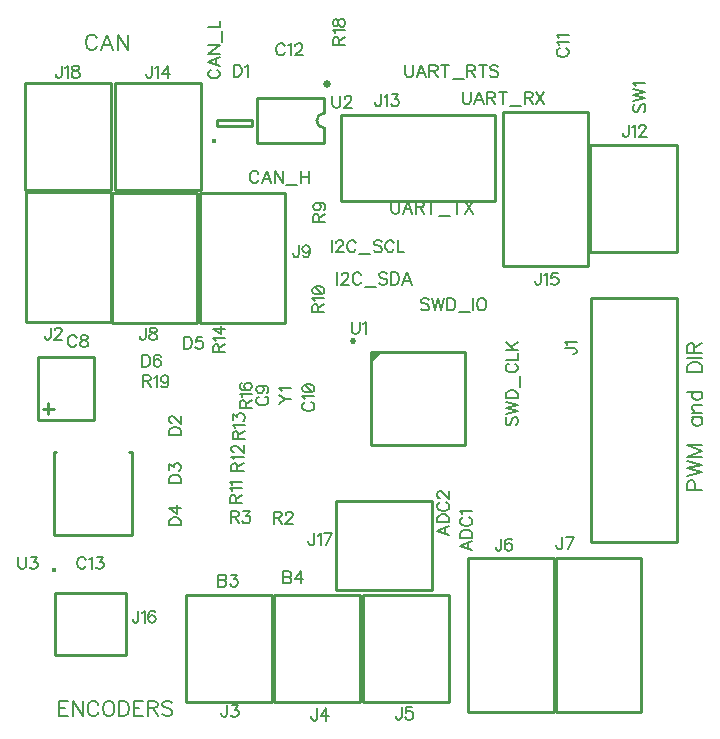
<source format=gbr>
G04 DipTrace 3.2.0.1*
G04 TopSilk.gbr*
%MOIN*%
G04 #@! TF.FileFunction,Legend,Top*
G04 #@! TF.Part,Single*
%ADD10C,0.009843*%
%ADD28C,0.015404*%
%ADD39C,0.02075*%
%ADD42C,0.025006*%
%ADD44C,0.01541*%
%ADD100C,0.005906*%
%ADD101C,0.00772*%
%FSLAX26Y26*%
G04*
G70*
G90*
G75*
G01*
G04 TopSilk*
%LPD*%
X723765Y1424395D2*
D10*
X536757D1*
Y1636993D1*
X723765D1*
Y1424395D1*
X570213Y1446059D2*
Y1481499D1*
X589905Y1461812D2*
X552503D1*
D28*
X1124710Y2356507D3*
X1133911Y2406647D2*
D10*
X1252016D1*
Y2426342D1*
X1133911D1*
Y2406647D1*
X2381215Y1019685D2*
X2666648D1*
Y1830709D1*
X2381215D1*
Y1019685D1*
X780885Y2185247D2*
X497420D1*
Y1752176D1*
X780885D1*
Y2185247D1*
X1029766Y486339D2*
X1317168D1*
Y842638D1*
X1029766D1*
Y486339D1*
X1323228Y486433D2*
X1610630D1*
Y842732D1*
X1323228D1*
Y486433D1*
X1619608Y485815D2*
X1907009D1*
Y842114D1*
X1619608D1*
Y485815D1*
X1971535Y452441D2*
X2256969D1*
Y964252D1*
X1971535D1*
Y452441D1*
X2262874D2*
X2548307D1*
Y964252D1*
X2262874D1*
Y452441D1*
X1068364Y2182465D2*
X784899D1*
Y1749394D1*
X1068364D1*
Y2182465D1*
X1359615D2*
X1076151D1*
Y1749394D1*
X1359615D1*
Y2182465D1*
X2666417Y2343295D2*
X2379016D1*
Y1986996D1*
X2666417D1*
Y2343295D1*
X1549112Y2440954D2*
X2060923D1*
Y2155521D1*
X1549112D1*
Y2440954D1*
X1081940Y2548385D2*
X794538D1*
Y2192085D1*
X1081940D1*
Y2548385D1*
X2372471Y2452073D2*
X2087038D1*
Y1940262D1*
X2372471D1*
Y2452073D1*
X594642Y850261D2*
X830869D1*
Y641590D1*
X594642D1*
Y850261D1*
X1850424Y859773D2*
X1531526D1*
Y1155049D1*
X1850424D1*
Y859773D1*
X780050Y2548118D2*
X492648D1*
Y2191819D1*
X780050D1*
Y2548118D1*
X1648451Y1651789D2*
X1959451D1*
Y1340789D1*
X1648451D1*
Y1651789D1*
G36*
D2*
Y1615539D1*
X1684701Y1651789D1*
X1648451D1*
G37*
D39*
X1586226Y1688089D3*
X1492059Y2348629D2*
D10*
X1267053D1*
Y2498630D1*
X1492059D1*
Y2448640D1*
Y2348629D2*
Y2398620D1*
Y2448640D2*
G03X1492059Y2398620I4J-25010D01*
G01*
D42*
X1500916Y2544396D3*
X589475Y1041820D2*
D10*
X849318D1*
X589475Y1317409D2*
Y1041820D1*
Y1317409D2*
X597341D1*
X849318D2*
Y1041820D1*
Y1317409D2*
X841452D1*
D44*
X590409Y926874D3*
X1984594Y1021824D2*
D100*
X1944402Y1006481D1*
X1984594Y991183D1*
X1971196Y996931D2*
X1971197Y1016076D1*
X1944402Y1033635D2*
X1984594D1*
Y1047032D1*
X1982648Y1052780D1*
X1978846Y1056627D1*
X1974999Y1058528D1*
X1969295Y1060430D1*
X1959700D1*
X1953952Y1058528D1*
X1950150Y1056627D1*
X1946303Y1052780D1*
X1944402Y1047032D1*
Y1033635D1*
X1953952Y1100937D2*
X1950150Y1099035D1*
X1946303Y1095189D1*
X1944402Y1091386D1*
Y1083737D1*
X1946303Y1079890D1*
X1950150Y1076087D1*
X1953952Y1074142D1*
X1959700Y1072241D1*
X1969295D1*
X1974999Y1074142D1*
X1978846Y1076087D1*
X1982648Y1079890D1*
X1984594Y1083737D1*
Y1091386D1*
X1982648Y1095189D1*
X1978846Y1099035D1*
X1974999Y1100937D1*
X1952095Y1112748D2*
X1950150Y1116594D1*
X1944446Y1122342D1*
X1984594D1*
X1908009Y1072288D2*
X1867817Y1056946D1*
X1908008Y1041647D1*
X1894611Y1047395D2*
Y1066540D1*
X1867817Y1084099D2*
X1908009D1*
Y1097497D1*
X1906063Y1103245D1*
X1902260Y1107091D1*
X1898414Y1108993D1*
X1892710Y1110894D1*
X1883115D1*
X1877367Y1108993D1*
X1873565Y1107092D1*
X1869718Y1103245D1*
X1867817Y1097497D1*
Y1084099D1*
X1877367Y1151401D2*
X1873565Y1149500D1*
X1869718Y1145653D1*
X1867817Y1141850D1*
Y1134201D1*
X1869718Y1130354D1*
X1873565Y1126552D1*
X1877367Y1124606D1*
X1883115Y1122705D1*
X1892710D1*
X1898414Y1124606D1*
X1902260Y1126552D1*
X1906063Y1130354D1*
X1908009Y1134201D1*
X1908008Y1141850D1*
X1906063Y1145653D1*
X1902260Y1149500D1*
X1898414Y1151401D1*
X1877411Y1165157D2*
X1875510D1*
X1871663Y1167059D1*
X1869762Y1168960D1*
X1867861Y1172807D1*
Y1180456D1*
X1869762Y1184259D1*
X1871663Y1186160D1*
X1875510Y1188105D1*
X1879313D1*
X1883159Y1186160D1*
X1888863Y1182357D1*
X1908008Y1163212D1*
Y1190007D1*
X1138801Y910522D2*
Y870330D1*
X1156045D1*
X1161793Y872276D1*
X1163695Y874177D1*
X1165596Y877979D1*
Y883727D1*
X1163695Y887574D1*
X1161793Y889475D1*
X1156045Y891377D1*
X1161793Y893322D1*
X1163695Y895224D1*
X1165596Y899026D1*
Y902873D1*
X1163695Y906675D1*
X1161793Y908621D1*
X1156045Y910522D1*
X1138801D1*
Y891377D2*
X1156045D1*
X1181254Y910478D2*
X1202256D1*
X1190804Y895179D1*
X1196552D1*
X1200355Y893278D1*
X1202256Y891377D1*
X1204201Y885629D1*
Y881826D1*
X1202256Y876078D1*
X1198453Y872231D1*
X1192705Y870330D1*
X1186957D1*
X1181254Y872231D1*
X1179352Y874177D1*
X1177407Y877979D1*
X1354769Y920993D2*
Y880801D1*
X1372013D1*
X1377761Y882747D1*
X1379663Y884648D1*
X1381564Y888451D1*
Y894199D1*
X1379663Y898045D1*
X1377761Y899947D1*
X1372013Y901848D1*
X1377761Y903793D1*
X1379663Y905695D1*
X1381564Y909497D1*
Y913344D1*
X1379663Y917146D1*
X1377761Y919092D1*
X1372013Y920993D1*
X1354769D1*
Y901848D2*
X1372013D1*
X1412520Y880801D2*
Y920949D1*
X1393375Y894199D1*
X1422071D1*
X665895Y1699677D2*
X663994Y1703479D1*
X660147Y1707326D1*
X656345Y1709227D1*
X648695D1*
X644849Y1707326D1*
X641046Y1703479D1*
X639101Y1699677D1*
X637199Y1693929D1*
Y1684334D1*
X639101Y1678630D1*
X641046Y1674783D1*
X644849Y1670981D1*
X648695Y1669035D1*
X656345D1*
X660147Y1670981D1*
X663994Y1674783D1*
X665895Y1678630D1*
X687257Y1709183D2*
X681553Y1707282D1*
X679608Y1703479D1*
Y1699632D1*
X681553Y1695830D1*
X685356Y1693884D1*
X693005Y1691983D1*
X698753Y1690082D1*
X702555Y1686235D1*
X704457Y1682433D1*
Y1676685D1*
X702555Y1672882D1*
X700654Y1670937D1*
X694906Y1669035D1*
X687257D1*
X681553Y1670937D1*
X679608Y1672882D1*
X677706Y1676685D1*
Y1682433D1*
X679608Y1686235D1*
X683454Y1690082D1*
X689158Y1691983D1*
X696807Y1693884D1*
X700654Y1695830D1*
X702555Y1699632D1*
Y1703479D1*
X700654Y1707282D1*
X694906Y1709183D1*
X687257D1*
X1274708Y1503243D2*
X1270906Y1501341D1*
X1267059Y1497495D1*
X1265158Y1493692D1*
Y1486043D1*
X1267059Y1482196D1*
X1270906Y1478393D1*
X1274708Y1476448D1*
X1280456Y1474547D1*
X1290051D1*
X1295755Y1476448D1*
X1299602Y1478393D1*
X1303404Y1482196D1*
X1305350Y1486043D1*
Y1493692D1*
X1303404Y1497494D1*
X1299602Y1501341D1*
X1295755Y1503243D1*
X1278555Y1539947D2*
X1284303Y1538001D1*
X1288150Y1534199D1*
X1290051Y1528451D1*
Y1526550D1*
X1288150Y1520802D1*
X1284303Y1516999D1*
X1278555Y1515054D1*
X1276654D1*
X1270906Y1516999D1*
X1267103Y1520802D1*
X1265202Y1526550D1*
Y1528451D1*
X1267103Y1534199D1*
X1270906Y1538001D1*
X1278555Y1539947D1*
X1288150D1*
X1297700Y1538001D1*
X1303448Y1534199D1*
X1305350Y1528451D1*
Y1524648D1*
X1303448Y1518900D1*
X1299602Y1516999D1*
X1427945Y1484537D2*
X1424142Y1482635D1*
X1420295Y1478789D1*
X1418394Y1474986D1*
Y1467337D1*
X1420295Y1463490D1*
X1424142Y1459687D1*
X1427944Y1457742D1*
X1433693Y1455841D1*
X1443287D1*
X1448991Y1457742D1*
X1452838Y1459687D1*
X1456640Y1463490D1*
X1458586Y1467337D1*
Y1474986D1*
X1456640Y1478788D1*
X1452838Y1482635D1*
X1448991Y1484536D1*
X1426087Y1496348D2*
X1424142Y1500194D1*
X1418438Y1505942D1*
X1458586D1*
X1418438Y1529249D2*
X1420339Y1523501D1*
X1426087Y1519655D1*
X1435638Y1517753D1*
X1441386D1*
X1450937Y1519655D1*
X1456685Y1523501D1*
X1458586Y1529249D1*
Y1533052D1*
X1456685Y1538800D1*
X1450937Y1542602D1*
X1441386Y1544548D1*
X1435638D1*
X1426087Y1542602D1*
X1420339Y1538800D1*
X1418438Y1533052D1*
Y1529249D1*
X1426087Y1542602D2*
X1450937Y1519655D1*
X2276191Y2665406D2*
X2272389Y2663504D1*
X2268542Y2659657D1*
X2266641Y2655855D1*
Y2648206D1*
X2268542Y2644359D1*
X2272389Y2640556D1*
X2276191Y2638611D1*
X2281939Y2636710D1*
X2291534D1*
X2297238Y2638611D1*
X2301085Y2640556D1*
X2304887Y2644359D1*
X2306833Y2648206D1*
Y2655855D1*
X2304887Y2659657D1*
X2301085Y2663504D1*
X2297238Y2665405D1*
X2274334Y2677217D2*
X2272389Y2681063D1*
X2266685Y2686811D1*
X2306833D1*
X2274334Y2698622D2*
X2272389Y2702469D1*
X2266685Y2708217D1*
X2306833D1*
X1360242Y2672188D2*
X1358341Y2675991D1*
X1354494Y2679838D1*
X1350691Y2681739D1*
X1343042D1*
X1339195Y2679838D1*
X1335393Y2675991D1*
X1333447Y2672188D1*
X1331546Y2666440D1*
Y2656845D1*
X1333447Y2651142D1*
X1335393Y2647295D1*
X1339195Y2643492D1*
X1343042Y2641547D1*
X1350691D1*
X1354494Y2643492D1*
X1358341Y2647295D1*
X1360242Y2651142D1*
X1372053Y2674045D2*
X1375900Y2675991D1*
X1381648Y2681695D1*
Y2641547D1*
X1395404Y2672144D2*
Y2674045D1*
X1397305Y2677892D1*
X1399207Y2679793D1*
X1403053Y2681695D1*
X1410703D1*
X1414505Y2679793D1*
X1416407Y2677892D1*
X1418352Y2674045D1*
Y2670243D1*
X1416407Y2666396D1*
X1412604Y2660692D1*
X1393459Y2641547D1*
X1420253D1*
X697085Y959772D2*
X695184Y963575D1*
X691337Y967421D1*
X687534Y969323D1*
X679885D1*
X676038Y967421D1*
X672236Y963575D1*
X670290Y959772D1*
X668389Y954024D1*
Y944429D1*
X670290Y938725D1*
X672236Y934879D1*
X676038Y931076D1*
X679885Y929131D1*
X687534D1*
X691337Y931076D1*
X695184Y934879D1*
X697085Y938725D1*
X708896Y961629D2*
X712743Y963575D1*
X718491Y969278D1*
Y929131D1*
X734149Y969278D2*
X755151D1*
X743699Y953980D1*
X749447D1*
X753250Y952079D1*
X755151Y950177D1*
X757097Y944429D1*
Y940627D1*
X755151Y934879D1*
X751348Y931032D1*
X745600Y929131D1*
X739852D1*
X734149Y931032D1*
X732247Y932977D1*
X730302Y936780D1*
X1272370Y2246499D2*
X1270469Y2250301D1*
X1266622Y2254148D1*
X1262819Y2256049D1*
X1255170D1*
X1251323Y2254148D1*
X1247521Y2250301D1*
X1245575Y2246499D1*
X1243674Y2240751D1*
Y2231156D1*
X1245575Y2225452D1*
X1247521Y2221605D1*
X1251323Y2217803D1*
X1255170Y2215857D1*
X1262819D1*
X1266622Y2217803D1*
X1270469Y2221605D1*
X1272370Y2225452D1*
X1314822Y2215857D2*
X1299479Y2256049D1*
X1284181Y2215857D1*
X1289929Y2229255D2*
X1309074D1*
X1353428Y2256049D2*
Y2215857D1*
X1326633Y2256049D1*
Y2215857D1*
X1365239Y2209225D2*
X1401584D1*
X1413395Y2256049D2*
Y2215857D1*
X1440190Y2256049D2*
Y2215857D1*
X1413395Y2236904D2*
X1440190D1*
X1113627Y2593073D2*
X1109824Y2591172D1*
X1105977Y2587325D1*
X1104076Y2583523D1*
Y2575874D1*
X1105977Y2572027D1*
X1109824Y2568224D1*
X1113627Y2566279D1*
X1119375Y2564377D1*
X1128969D1*
X1134673Y2566279D1*
X1138520Y2568224D1*
X1142323Y2572027D1*
X1144268Y2575873D1*
Y2583523D1*
X1142323Y2587325D1*
X1138520Y2591172D1*
X1134673Y2593073D1*
X1144268Y2635526D2*
X1104076Y2620183D1*
X1144268Y2604884D1*
X1130871Y2610632D2*
Y2629778D1*
X1104076Y2674131D2*
X1144268D1*
X1104076Y2647337D1*
X1144268D1*
X1150900Y2685942D2*
Y2722288D1*
X1104076Y2734099D2*
X1144268D1*
Y2757047D1*
X1189282Y2609959D2*
Y2569767D1*
X1202680D1*
X1208428Y2571713D1*
X1212274Y2575515D1*
X1214176Y2579362D1*
X1216077Y2585066D1*
Y2594661D1*
X1214176Y2600409D1*
X1212274Y2604211D1*
X1208428Y2608058D1*
X1202680Y2609959D1*
X1189282D1*
X1227888Y2602266D2*
X1231735Y2604211D1*
X1237483Y2609915D1*
Y2569767D1*
X974070Y1375060D2*
X1014262D1*
Y1388457D1*
X1012316Y1394205D1*
X1008514Y1398052D1*
X1004667Y1399953D1*
X998963Y1401854D1*
X989368D1*
X983620Y1399953D1*
X979818Y1398052D1*
X975971Y1394205D1*
X974070Y1388457D1*
Y1375060D1*
X983665Y1415611D2*
X981763D1*
X977917Y1417512D1*
X976015Y1419413D1*
X974114Y1423260D1*
Y1430910D1*
X976015Y1434712D1*
X977917Y1436613D1*
X981763Y1438559D1*
X985566D1*
X989413Y1436613D1*
X995116Y1432811D1*
X1014262Y1413665D1*
Y1440460D1*
X974070Y1217186D2*
X1014262D1*
Y1230583D1*
X1012316Y1236331D1*
X1008514Y1240178D1*
X1004667Y1242079D1*
X998963Y1243980D1*
X989368D1*
X983620Y1242079D1*
X979818Y1240178D1*
X975971Y1236331D1*
X974070Y1230583D1*
Y1217186D1*
X974114Y1259638D2*
Y1280641D1*
X989413Y1269189D1*
Y1274937D1*
X991314Y1278739D1*
X993215Y1280641D1*
X998963Y1282586D1*
X1002766D1*
X1008514Y1280641D1*
X1012361Y1276838D1*
X1014262Y1271090D1*
Y1265342D1*
X1012361Y1259638D1*
X1010415Y1257737D1*
X1006613Y1255791D1*
X974070Y1074109D2*
X1014262D1*
Y1087506D1*
X1012316Y1093254D1*
X1008514Y1097101D1*
X1004667Y1099002D1*
X998963Y1100904D1*
X989368D1*
X983620Y1099003D1*
X979818Y1097101D1*
X975971Y1093255D1*
X974070Y1087506D1*
Y1074109D1*
X1014262Y1131860D2*
X974114D1*
X1000864Y1112715D1*
Y1141411D1*
X1023435Y1702817D2*
Y1662625D1*
X1036832D1*
X1042580Y1664571D1*
X1046427Y1668373D1*
X1048328Y1672220D1*
X1050230Y1677924D1*
Y1687519D1*
X1048328Y1693267D1*
X1046427Y1697069D1*
X1042580Y1700916D1*
X1036832Y1702817D1*
X1023435D1*
X1084989Y1702773D2*
X1065887D1*
X1063986Y1685573D1*
X1065887Y1687475D1*
X1071635Y1689420D1*
X1077339D1*
X1083087Y1687475D1*
X1086934Y1683672D1*
X1088835Y1677924D1*
Y1674121D1*
X1086934Y1668373D1*
X1083087Y1664527D1*
X1077339Y1662625D1*
X1071635D1*
X1065887Y1664527D1*
X1063986Y1666472D1*
X1062041Y1670275D1*
X884459Y1642942D2*
Y1602750D1*
X897856D1*
X903604Y1604696D1*
X907451Y1608498D1*
X909352Y1612345D1*
X911254Y1618049D1*
Y1627643D1*
X909352Y1633391D1*
X907451Y1637194D1*
X903604Y1641041D1*
X897856Y1642942D1*
X884459D1*
X946013Y1637194D2*
X944111Y1640997D1*
X938363Y1642898D1*
X934561D1*
X928813Y1640997D1*
X924966Y1635249D1*
X923065Y1625698D1*
Y1616147D1*
X924966Y1608498D1*
X928813Y1604651D1*
X934561Y1602750D1*
X936462D1*
X942166Y1604651D1*
X946013Y1608498D1*
X947914Y1614246D1*
Y1616147D1*
X946013Y1621895D1*
X942166Y1625698D1*
X936462Y1627599D1*
X934561D1*
X928813Y1625698D1*
X924966Y1621895D1*
X923065Y1616147D1*
X1517897Y2025526D2*
Y1985334D1*
X1531654Y2015931D2*
Y2017832D1*
X1533555Y2021679D1*
X1535456Y2023580D1*
X1539303Y2025481D1*
X1546953D1*
X1550755Y2023580D1*
X1552656Y2021679D1*
X1554602Y2017832D1*
Y2014030D1*
X1552656Y2010183D1*
X1548854Y2004479D1*
X1529708Y1985334D1*
X1556503D1*
X1597010Y2015975D2*
X1595109Y2019778D1*
X1591262Y2023624D1*
X1587460Y2025526D1*
X1579810D1*
X1575963Y2023624D1*
X1572161Y2019778D1*
X1570215Y2015975D1*
X1568314Y2010227D1*
Y2000632D1*
X1570215Y1994928D1*
X1572161Y1991082D1*
X1575963Y1987279D1*
X1579810Y1985334D1*
X1587460D1*
X1591262Y1987279D1*
X1595109Y1991082D1*
X1597010Y1994928D1*
X1608821Y1978701D2*
X1645166D1*
X1683772Y2019778D2*
X1679970Y2023624D1*
X1674221Y2025526D1*
X1666572D1*
X1660824Y2023624D1*
X1656977Y2019778D1*
Y2015975D1*
X1658923Y2012128D1*
X1660824Y2010227D1*
X1664627Y2008326D1*
X1676123Y2004479D1*
X1679970Y2002578D1*
X1681871Y2000632D1*
X1683772Y1996830D1*
Y1991082D1*
X1679970Y1987279D1*
X1674221Y1985334D1*
X1666572D1*
X1660824Y1987279D1*
X1656977Y1991082D1*
X1724279Y2015975D2*
X1722378Y2019778D1*
X1718531Y2023624D1*
X1714728Y2025526D1*
X1707079D1*
X1703232Y2023624D1*
X1699430Y2019778D1*
X1697484Y2015975D1*
X1695583Y2010227D1*
Y2000632D1*
X1697484Y1994928D1*
X1699430Y1991082D1*
X1703232Y1987279D1*
X1707079Y1985334D1*
X1714728D1*
X1718531Y1987279D1*
X1722378Y1991082D1*
X1724279Y1994928D1*
X1736090Y2025526D2*
Y1985334D1*
X1759038D1*
X1535681Y1917370D2*
Y1877178D1*
X1549438Y1907775D2*
Y1909676D1*
X1551339Y1913523D1*
X1553241Y1915424D1*
X1557087Y1917326D1*
X1564737D1*
X1568539Y1915424D1*
X1570440Y1913523D1*
X1572386Y1909676D1*
Y1905874D1*
X1570440Y1902027D1*
X1566638Y1896323D1*
X1547493Y1877178D1*
X1574287D1*
X1614794Y1907819D2*
X1612893Y1911622D1*
X1609046Y1915469D1*
X1605244Y1917370D1*
X1597594D1*
X1593748Y1915469D1*
X1589945Y1911622D1*
X1587999Y1907819D1*
X1586098Y1902071D1*
Y1892476D1*
X1587999Y1886773D1*
X1589945Y1882926D1*
X1593748Y1879123D1*
X1597594Y1877178D1*
X1605244D1*
X1609046Y1879123D1*
X1612893Y1882926D1*
X1614794Y1886773D1*
X1626605Y1870545D2*
X1662950D1*
X1701556Y1911622D2*
X1697754Y1915469D1*
X1692006Y1917370D1*
X1684356D1*
X1678608Y1915469D1*
X1674761Y1911622D1*
Y1907819D1*
X1676707Y1903972D1*
X1678608Y1902071D1*
X1682411Y1900170D1*
X1693907Y1896323D1*
X1697754Y1894422D1*
X1699655Y1892476D1*
X1701556Y1888674D1*
Y1882926D1*
X1697754Y1879123D1*
X1692006Y1877178D1*
X1684356D1*
X1678608Y1879123D1*
X1674761Y1882926D1*
X1713367Y1917370D2*
Y1877178D1*
X1726764D1*
X1732513Y1879123D1*
X1736359Y1882926D1*
X1738261Y1886773D1*
X1740162Y1892476D1*
Y1902071D1*
X1738261Y1907819D1*
X1736359Y1911622D1*
X1732513Y1915469D1*
X1726764Y1917370D1*
X1713367D1*
X1782614Y1877178D2*
X1767271Y1917370D1*
X1751973Y1877178D1*
X1757721Y1890575D2*
X1776866D1*
X2293666Y1664737D2*
X2324263D1*
X2330011Y1662836D1*
X2331912Y1660891D1*
X2333858Y1657088D1*
Y1653241D1*
X2331912Y1649439D1*
X2330011Y1647537D1*
X2324263Y1645592D1*
X2320460D1*
X2301359Y1676548D2*
X2299414Y1680395D1*
X2293710Y1686143D1*
X2333858D1*
X579313Y1733958D2*
Y1703361D1*
X577412Y1697613D1*
X575466Y1695711D1*
X571664Y1693766D1*
X567817D1*
X564015Y1695711D1*
X562113Y1697613D1*
X560168Y1703361D1*
Y1707163D1*
X593070Y1724363D2*
Y1726264D1*
X594971Y1730111D1*
X596872Y1732012D1*
X600719Y1733914D1*
X608368D1*
X612171Y1732012D1*
X614072Y1730111D1*
X616018Y1726264D1*
Y1722462D1*
X614072Y1718615D1*
X610270Y1712911D1*
X591124Y1693766D1*
X617919D1*
X1167674Y475884D2*
Y445287D1*
X1165773Y439539D1*
X1163827Y437638D1*
X1160025Y435692D1*
X1156178D1*
X1152375Y437638D1*
X1150474Y439539D1*
X1148529Y445287D1*
Y449090D1*
X1183332Y475840D2*
X1204334D1*
X1192882Y460541D1*
X1198630D1*
X1202433Y458640D1*
X1204334Y456739D1*
X1206280Y450991D1*
Y447188D1*
X1204334Y441440D1*
X1200532Y437594D1*
X1194784Y435692D1*
X1189036D1*
X1183332Y437594D1*
X1181431Y439539D1*
X1179485Y443342D1*
X1468059Y464168D2*
Y433571D1*
X1466158Y427823D1*
X1464213Y425921D1*
X1460410Y423976D1*
X1456563D1*
X1452761Y425921D1*
X1450859Y427823D1*
X1448914Y433571D1*
Y437373D1*
X1499016Y423976D2*
Y464124D1*
X1479870Y437373D1*
X1508566D1*
X1749641Y467487D2*
Y436889D1*
X1747740Y431141D1*
X1745794Y429240D1*
X1741992Y427295D1*
X1738145D1*
X1734343Y429240D1*
X1732441Y431141D1*
X1730496Y436889D1*
Y440692D1*
X1784400Y467442D2*
X1765299D1*
X1763398Y450243D1*
X1765299Y452144D1*
X1771047Y454089D1*
X1776751D1*
X1782499Y452144D1*
X1786346Y448341D1*
X1788247Y442593D1*
Y438791D1*
X1786346Y433043D1*
X1782499Y429196D1*
X1776751Y427295D1*
X1771047D1*
X1765299Y429196D1*
X1763398Y431141D1*
X1761452Y434944D1*
X2081873Y1030569D2*
Y999972D1*
X2079971Y994224D1*
X2078026Y992323D1*
X2074223Y990377D1*
X2070376D1*
X2066574Y992323D1*
X2064673Y994224D1*
X2062727Y999972D1*
Y1003775D1*
X2116631Y1024821D2*
X2114730Y1028624D1*
X2108982Y1030525D1*
X2105180D1*
X2099432Y1028624D1*
X2095585Y1022876D1*
X2093684Y1013325D1*
Y1003775D1*
X2095585Y996125D1*
X2099432Y992279D1*
X2105180Y990377D1*
X2107081D1*
X2112785Y992279D1*
X2116631Y996125D1*
X2118533Y1001873D1*
Y1003775D1*
X2116631Y1009523D1*
X2112785Y1013325D1*
X2107081Y1015227D1*
X2105180D1*
X2099432Y1013325D1*
X2095585Y1009523D1*
X2093684Y1003775D1*
X2284914Y1034750D2*
Y1004153D1*
X2283013Y998405D1*
X2281067Y996504D1*
X2277265Y994558D1*
X2273418D1*
X2269616Y996504D1*
X2267714Y998405D1*
X2265769Y1004153D1*
Y1007956D1*
X2304375Y994558D2*
X2323520Y1034706D1*
X2296725D1*
X896188Y1732904D2*
Y1702307D1*
X894287Y1696559D1*
X892342Y1694657D1*
X888539Y1692712D1*
X884692D1*
X880890Y1694657D1*
X878988Y1696559D1*
X877043Y1702307D1*
Y1706109D1*
X917550Y1732860D2*
X911846Y1730959D1*
X909901Y1727156D1*
Y1723309D1*
X911846Y1719507D1*
X915649Y1717561D1*
X923298Y1715660D1*
X929046Y1713759D1*
X932848Y1709912D1*
X934750Y1706109D1*
Y1700361D1*
X932848Y1696559D1*
X930947Y1694613D1*
X925199Y1692712D1*
X917550D1*
X911846Y1694613D1*
X909901Y1696559D1*
X907999Y1700361D1*
Y1706109D1*
X909901Y1709912D1*
X913747Y1713759D1*
X919451Y1715660D1*
X927100Y1717561D1*
X930947Y1719507D1*
X932848Y1723309D1*
Y1727156D1*
X930947Y1730959D1*
X925199Y1732860D1*
X917550D1*
X1406871Y2008583D2*
Y1977986D1*
X1404970Y1972238D1*
X1403024Y1970337D1*
X1399222Y1968391D1*
X1395375D1*
X1391572Y1970337D1*
X1389671Y1972238D1*
X1387726Y1977986D1*
Y1981788D1*
X1443575Y1995186D2*
X1441630Y1989438D1*
X1437827Y1985591D1*
X1432079Y1983690D1*
X1430178D1*
X1424430Y1985591D1*
X1420627Y1989438D1*
X1418682Y1995186D1*
Y1997087D1*
X1420627Y2002835D1*
X1424430Y2006638D1*
X1430178Y2008539D1*
X1432079D1*
X1437827Y2006638D1*
X1441630Y2002835D1*
X1443575Y1995186D1*
Y1985591D1*
X1441630Y1976040D1*
X1437827Y1970292D1*
X1432079Y1968391D1*
X1428277D1*
X1422529Y1970292D1*
X1420627Y1974139D1*
X2506220Y2409613D2*
Y2379015D1*
X2504319Y2373267D1*
X2502374Y2371366D1*
X2498571Y2369421D1*
X2494724D1*
X2490922Y2371366D1*
X2489021Y2373267D1*
X2487075Y2379015D1*
Y2382818D1*
X2518031Y2401919D2*
X2521878Y2403865D1*
X2527626Y2409568D1*
Y2369421D1*
X2541383Y2400018D2*
Y2401919D1*
X2543284Y2405766D1*
X2545185Y2407667D1*
X2549032Y2409568D1*
X2556681D1*
X2560484Y2407667D1*
X2562385Y2405766D1*
X2564331Y2401919D1*
Y2398117D1*
X2562385Y2394270D1*
X2558583Y2388566D1*
X2539437Y2369421D1*
X2566232D1*
X1680833Y2511009D2*
Y2480411D1*
X1678932Y2474663D1*
X1676986Y2472762D1*
X1673184Y2470817D1*
X1669337D1*
X1665534Y2472762D1*
X1663633Y2474663D1*
X1661688Y2480411D1*
Y2484214D1*
X1692644Y2503315D2*
X1696491Y2505260D1*
X1702239Y2510964D1*
Y2470817D1*
X1717897Y2510964D2*
X1738899D1*
X1727447Y2495666D1*
X1733195D1*
X1736998Y2493764D1*
X1738899Y2491863D1*
X1740844Y2486115D1*
Y2482313D1*
X1738899Y2476565D1*
X1735096Y2472718D1*
X1729348Y2470817D1*
X1723600D1*
X1717897Y2472718D1*
X1715995Y2474663D1*
X1714050Y2478466D1*
X916855Y2606828D2*
Y2576231D1*
X914954Y2570483D1*
X913008Y2568581D1*
X909206Y2566636D1*
X905359D1*
X901557Y2568581D1*
X899655Y2570483D1*
X897710Y2576231D1*
Y2580033D1*
X928666Y2599134D2*
X932513Y2601080D1*
X938261Y2606784D1*
Y2566636D1*
X969217D2*
Y2606784D1*
X950072Y2580033D1*
X978768D1*
X2213259Y1916029D2*
Y1885431D1*
X2211357Y1879683D1*
X2209412Y1877782D1*
X2205609Y1875837D1*
X2201762D1*
X2197960Y1877782D1*
X2196059Y1879683D1*
X2194113Y1885431D1*
Y1889234D1*
X2225070Y1908335D2*
X2228916Y1910281D1*
X2234664Y1915984D1*
Y1875837D1*
X2269423Y1915984D2*
X2250322D1*
X2248421Y1898785D1*
X2250322Y1900686D1*
X2256070Y1902631D1*
X2261774D1*
X2267522Y1900686D1*
X2271369Y1896883D1*
X2273270Y1891135D1*
Y1887333D1*
X2271369Y1881585D1*
X2267522Y1877738D1*
X2261774Y1875837D1*
X2256070D1*
X2250322Y1877738D1*
X2248421Y1879683D1*
X2246475Y1883486D1*
X872432Y790594D2*
Y759997D1*
X870531Y754249D1*
X868585Y752348D1*
X864783Y750402D1*
X860936D1*
X857133Y752348D1*
X855232Y754249D1*
X853287Y759997D1*
Y763800D1*
X884243Y782901D2*
X888090Y784846D1*
X893838Y790550D1*
Y750402D1*
X928597Y784846D2*
X926696Y788649D1*
X920948Y790550D1*
X917145D1*
X911397Y788649D1*
X907550Y782901D1*
X905649Y773350D1*
Y763800D1*
X907550Y756150D1*
X911397Y752304D1*
X917145Y750402D1*
X919046D1*
X924750Y752304D1*
X928597Y756150D1*
X930498Y761898D1*
Y763800D1*
X928597Y769548D1*
X924750Y773350D1*
X919046Y775251D1*
X917145D1*
X911397Y773350D1*
X907550Y769548D1*
X905649Y763800D1*
X1457944Y1048138D2*
Y1017540D1*
X1456042Y1011792D1*
X1454097Y1009891D1*
X1450294Y1007946D1*
X1446448D1*
X1442645Y1009891D1*
X1440744Y1011792D1*
X1438798Y1017540D1*
Y1021343D1*
X1469755Y1040444D2*
X1473601Y1042390D1*
X1479349Y1048093D1*
Y1007946D1*
X1498810D2*
X1517955Y1048093D1*
X1491160D1*
X615938Y2606561D2*
Y2575964D1*
X614037Y2570216D1*
X612091Y2568315D1*
X608289Y2566369D1*
X604442D1*
X600640Y2568315D1*
X598738Y2570216D1*
X596793Y2575964D1*
Y2579767D1*
X627749Y2598868D2*
X631596Y2600813D1*
X637344Y2606517D1*
Y2566369D1*
X658706Y2606517D2*
X653002Y2604616D1*
X651056Y2600813D1*
Y2596967D1*
X653002Y2593164D1*
X656804Y2591219D1*
X664454Y2589317D1*
X670202Y2587416D1*
X674004Y2583569D1*
X675905Y2579767D1*
Y2574019D1*
X674004Y2570216D1*
X672103Y2568271D1*
X666355Y2566369D1*
X658706D1*
X653002Y2568271D1*
X651056Y2570216D1*
X649155Y2574019D1*
Y2579767D1*
X651056Y2583569D1*
X654903Y2587416D1*
X660607Y2589317D1*
X668256Y2591219D1*
X672103Y2593164D1*
X674004Y2596967D1*
Y2600813D1*
X672103Y2604616D1*
X666355Y2606517D1*
X658706D1*
X1322628Y1100217D2*
X1339828D1*
X1345576Y1102162D1*
X1347521Y1104063D1*
X1349423Y1107866D1*
Y1111713D1*
X1347521Y1115515D1*
X1345576Y1117461D1*
X1339828Y1119362D1*
X1322628D1*
Y1079170D1*
X1336025Y1100217D2*
X1349423Y1079170D1*
X1363179Y1109767D2*
Y1111668D1*
X1365080Y1115515D1*
X1366982Y1117417D1*
X1370828Y1119318D1*
X1378478D1*
X1382280Y1117417D1*
X1384182Y1115515D1*
X1386127Y1111668D1*
Y1107866D1*
X1384182Y1104019D1*
X1380379Y1098315D1*
X1361234Y1079170D1*
X1388028D1*
X1179739Y1103034D2*
X1196939D1*
X1202687Y1104980D1*
X1204633Y1106881D1*
X1206534Y1110684D1*
Y1114530D1*
X1204633Y1118333D1*
X1202687Y1120278D1*
X1196939Y1122180D1*
X1179739D1*
Y1081988D1*
X1193137Y1103034D2*
X1206534Y1081988D1*
X1222192Y1122135D2*
X1243194D1*
X1231742Y1106837D1*
X1237491D1*
X1241293Y1104935D1*
X1243194Y1103034D1*
X1245140Y1097286D1*
Y1093484D1*
X1243194Y1087736D1*
X1239392Y1083889D1*
X1233644Y1081988D1*
X1227896D1*
X1222192Y1083889D1*
X1220291Y1085834D1*
X1218345Y1089637D1*
X1474361Y2086032D2*
Y2103232D1*
X1472416Y2108980D1*
X1470515Y2110925D1*
X1466712Y2112826D1*
X1462865D1*
X1459063Y2110925D1*
X1457117Y2108980D1*
X1455216Y2103232D1*
Y2086032D1*
X1495408D1*
X1474361Y2099429D2*
X1495408Y2112826D1*
X1468613Y2149531D2*
X1474361Y2147585D1*
X1478208Y2143783D1*
X1480110Y2138035D1*
Y2136134D1*
X1478208Y2130385D1*
X1474361Y2126583D1*
X1468613Y2124637D1*
X1466712D1*
X1460964Y2126583D1*
X1457162Y2130386D1*
X1455260Y2136134D1*
Y2138035D1*
X1457162Y2143783D1*
X1460964Y2147585D1*
X1468613Y2149531D1*
X1478208D1*
X1487759Y2147585D1*
X1493507Y2143783D1*
X1495408Y2138035D1*
Y2134232D1*
X1493507Y2128484D1*
X1489660Y2126583D1*
X1470906Y1784698D2*
Y1801898D1*
X1468960Y1807646D1*
X1467059Y1809591D1*
X1463256Y1811493D1*
X1459410D1*
X1455607Y1809591D1*
X1453662Y1807646D1*
X1451760Y1801898D1*
Y1784698D1*
X1491952D1*
X1470906Y1798095D2*
X1491952Y1811493D1*
X1459454Y1823304D2*
X1457508Y1827151D1*
X1451805Y1832899D1*
X1491952Y1832898D1*
X1451805Y1856206D2*
X1453706Y1850458D1*
X1459454Y1846611D1*
X1469004Y1844710D1*
X1474752D1*
X1484303Y1846611D1*
X1490051Y1850458D1*
X1491952Y1856206D1*
Y1860008D1*
X1490051Y1865756D1*
X1484303Y1869559D1*
X1474752Y1871504D1*
X1469004D1*
X1459454Y1869559D1*
X1453706Y1865756D1*
X1451805Y1860008D1*
Y1856206D1*
X1459454Y1869559D2*
X1484303Y1846611D1*
X1196408Y1149171D2*
Y1166371D1*
X1194463Y1172119D1*
X1192561Y1174064D1*
X1188759Y1175965D1*
X1184912D1*
X1181109Y1174064D1*
X1179164Y1172119D1*
X1177263Y1166371D1*
Y1149171D1*
X1217455D1*
X1196408Y1162568D2*
X1217455Y1175965D1*
X1184956Y1187776D2*
X1183011Y1191623D1*
X1177307Y1197371D1*
X1217455D1*
X1184956Y1209182D2*
X1183011Y1213029D1*
X1177307Y1218777D1*
X1217455D1*
X1201548Y1255470D2*
X1201549Y1272670D1*
X1199603Y1278418D1*
X1197702Y1280363D1*
X1193899Y1282264D1*
X1190052D1*
X1186250Y1280363D1*
X1184304Y1278418D1*
X1182403Y1272670D1*
Y1255470D1*
X1222595D1*
X1201548Y1268867D2*
X1222595Y1282264D1*
X1190097Y1294075D2*
X1188151Y1297922D1*
X1182447Y1303670D1*
X1222595D1*
X1191998Y1317427D2*
X1190097D1*
X1186250Y1319328D1*
X1184349Y1321229D1*
X1182447Y1325076D1*
Y1332725D1*
X1184349Y1336528D1*
X1186250Y1338429D1*
X1190097Y1340375D1*
X1193899D1*
X1197746Y1338429D1*
X1203450Y1334627D1*
X1222595Y1315481D1*
Y1342276D1*
X1205796Y1361686D2*
Y1378886D1*
X1203851Y1384634D1*
X1201949Y1386579D1*
X1198147Y1388481D1*
X1194300D1*
X1190497Y1386579D1*
X1188552Y1384634D1*
X1186651Y1378886D1*
Y1361686D1*
X1226843D1*
X1205796Y1375083D2*
X1226843Y1388481D1*
X1194344Y1400292D2*
X1192399Y1404138D1*
X1186695Y1409886D1*
X1226843D1*
X1186695Y1425544D2*
Y1446547D1*
X1201993Y1435095D1*
Y1440843D1*
X1203895Y1444645D1*
X1205796Y1446547D1*
X1211544Y1448492D1*
X1215347D1*
X1221095Y1446546D1*
X1224941Y1442744D1*
X1226843Y1436996D1*
Y1431248D1*
X1224941Y1425544D1*
X1222996Y1423643D1*
X1219193Y1421697D1*
X1140948Y1650799D2*
Y1667998D1*
X1139002Y1673746D1*
X1137101Y1675692D1*
X1133298Y1677593D1*
X1129452D1*
X1125649Y1675692D1*
X1123704Y1673746D1*
X1121802Y1667998D1*
Y1650799D1*
X1161994D1*
X1140948Y1664196D2*
X1161994Y1677593D1*
X1129496Y1689404D2*
X1127550Y1693251D1*
X1121846Y1698999D1*
X1161994D1*
Y1729955D2*
X1121846D1*
X1148597Y1710810D1*
Y1739506D1*
X1229444Y1465086D2*
Y1482286D1*
X1227499Y1488034D1*
X1225597Y1489979D1*
X1221795Y1491880D1*
X1217948D1*
X1214146Y1489979D1*
X1212200Y1488034D1*
X1210299Y1482286D1*
Y1465086D1*
X1250491D1*
X1229444Y1478483D2*
X1250491Y1491880D1*
X1217992Y1503691D2*
X1216047Y1507538D1*
X1210343Y1513286D1*
X1250491D1*
X1216047Y1548045D2*
X1212244Y1546144D1*
X1210343Y1540396D1*
Y1536593D1*
X1212244Y1530845D1*
X1217992Y1526998D1*
X1227543Y1525097D1*
X1237093D1*
X1244743Y1526998D1*
X1248589Y1530845D1*
X1250491Y1536593D1*
Y1538494D1*
X1248589Y1544198D1*
X1244743Y1548045D1*
X1238995Y1549946D1*
X1237093D1*
X1231345Y1548045D1*
X1227543Y1544198D1*
X1225642Y1538494D1*
Y1536593D1*
X1227543Y1530845D1*
X1231345Y1526998D1*
X1237093Y1525097D1*
X1539918Y2676661D2*
Y2693861D1*
X1537973Y2699609D1*
X1536071Y2701555D1*
X1532269Y2703456D1*
X1528422D1*
X1524619Y2701555D1*
X1522674Y2699609D1*
X1520773Y2693861D1*
Y2676661D1*
X1560965D1*
X1539918Y2690058D2*
X1560965Y2703456D1*
X1528466Y2715267D2*
X1526521Y2719114D1*
X1520817Y2724862D1*
X1560965D1*
X1520817Y2746223D2*
X1522718Y2740519D1*
X1526521Y2738574D1*
X1530367D1*
X1534170Y2740519D1*
X1536115Y2744322D1*
X1538017Y2751971D1*
X1539918Y2757719D1*
X1543765Y2761522D1*
X1547567Y2763423D1*
X1553315D1*
X1557118Y2761522D1*
X1559063Y2759620D1*
X1560965Y2753872D1*
Y2746223D1*
X1559063Y2740519D1*
X1557118Y2738574D1*
X1553315Y2736673D1*
X1547567D1*
X1543765Y2738574D1*
X1539918Y2742421D1*
X1538017Y2748124D1*
X1536115Y2755774D1*
X1534170Y2759620D1*
X1530367Y2761522D1*
X1526521D1*
X1522718Y2759620D1*
X1520817Y2753872D1*
Y2746223D1*
X887181Y1555473D2*
X904381D1*
X910129Y1557418D1*
X912075Y1559319D1*
X913976Y1563122D1*
Y1566969D1*
X912075Y1570771D1*
X910129Y1572717D1*
X904381Y1574618D1*
X887181D1*
Y1534426D1*
X900579Y1555473D2*
X913976Y1534426D1*
X925787Y1566924D2*
X929634Y1568870D1*
X935382Y1574574D1*
Y1534426D1*
X972086Y1561221D2*
X970141Y1555473D1*
X966338Y1551626D1*
X960590Y1549725D1*
X958689D1*
X952941Y1551626D1*
X949138Y1555473D1*
X947193Y1561221D1*
Y1563122D1*
X949138Y1568870D1*
X952941Y1572672D1*
X958689Y1574574D1*
X960590D1*
X966338Y1572672D1*
X970141Y1568870D1*
X972086Y1561221D1*
Y1551626D1*
X970141Y1542075D1*
X966338Y1536327D1*
X960590Y1534426D1*
X956788D1*
X951040Y1536327D1*
X949138Y1540174D1*
X2527550Y2477872D2*
X2523703Y2474069D1*
X2521802Y2468321D1*
Y2460672D1*
X2523703Y2454924D1*
X2527550Y2451077D1*
X2531353D1*
X2535199Y2453023D1*
X2537101Y2454924D1*
X2539002Y2458727D1*
X2542849Y2470223D1*
X2544750Y2474069D1*
X2546696Y2475971D1*
X2550498Y2477872D1*
X2556246D1*
X2560049Y2474069D1*
X2561994Y2468321D1*
Y2460672D1*
X2560049Y2454924D1*
X2556246Y2451077D1*
X2521802Y2489683D2*
X2561994Y2499278D1*
X2521802Y2508828D1*
X2561994Y2518379D1*
X2521802Y2527974D1*
X2529496Y2539785D2*
X2527550Y2543631D1*
X2521846Y2549379D1*
X2561994D1*
X2102352Y1435454D2*
X2098505Y1431651D1*
X2096604Y1425903D1*
Y1418254D1*
X2098505Y1412506D1*
X2102352Y1408659D1*
X2106154D1*
X2110001Y1410605D1*
X2111902Y1412506D1*
X2113804Y1416308D1*
X2117651Y1427804D1*
X2119552Y1431651D1*
X2121497Y1433552D1*
X2125300Y1435454D1*
X2131048D1*
X2134850Y1431651D1*
X2136796Y1425903D1*
Y1418254D1*
X2134850Y1412506D1*
X2131048Y1408659D1*
X2096604Y1447265D2*
X2136796Y1456859D1*
X2096604Y1466410D1*
X2136796Y1475961D1*
X2096604Y1485555D1*
Y1497366D2*
X2136796D1*
Y1510764D1*
X2134850Y1516512D1*
X2131048Y1520358D1*
X2127201Y1522260D1*
X2121497Y1524161D1*
X2111903D1*
X2106154Y1522260D1*
X2102352Y1520358D1*
X2098505Y1516512D1*
X2096604Y1510764D1*
Y1497366D1*
X2143428Y1535972D2*
Y1572317D1*
X2106154Y1612824D2*
X2102352Y1610923D1*
X2098505Y1607076D1*
X2096604Y1603274D1*
Y1595624D1*
X2098505Y1591778D1*
X2102352Y1587975D1*
X2106154Y1586030D1*
X2111903Y1584128D1*
X2121497D1*
X2127201Y1586030D1*
X2131048Y1587975D1*
X2134850Y1591778D1*
X2136796Y1595624D1*
Y1603274D1*
X2134850Y1607076D1*
X2131048Y1610923D1*
X2127201Y1612824D1*
X2096604Y1624635D2*
X2136796D1*
Y1647583D1*
X2096604Y1659394D2*
X2136796D1*
X2096604Y1686189D2*
X2123399Y1659394D1*
X2113804Y1668945D2*
X2136796Y1686189D1*
X1840179Y1826002D2*
X1836376Y1829849D1*
X1830628Y1831750D1*
X1822979D1*
X1817231Y1829849D1*
X1813384Y1826002D1*
Y1822200D1*
X1815329Y1818353D1*
X1817231Y1816452D1*
X1821033Y1814551D1*
X1832529Y1810704D1*
X1836376Y1808803D1*
X1838277Y1806857D1*
X1840179Y1803055D1*
Y1797306D1*
X1836376Y1793504D1*
X1830628Y1791558D1*
X1822979D1*
X1817231Y1793504D1*
X1813384Y1797306D1*
X1851990Y1831750D2*
X1861584Y1791558D1*
X1871135Y1831750D1*
X1880686Y1791558D1*
X1890280Y1831750D1*
X1902091D2*
Y1791558D1*
X1915489D1*
X1921237Y1793504D1*
X1925084Y1797306D1*
X1926985Y1801153D1*
X1928886Y1806857D1*
Y1816452D1*
X1926985Y1822200D1*
X1925084Y1826002D1*
X1921237Y1829849D1*
X1915489Y1831750D1*
X1902091D1*
X1940697Y1784926D2*
X1977042D1*
X1988853Y1831750D2*
Y1791558D1*
X2012161Y1831750D2*
X2008314Y1829849D1*
X2004511Y1826002D1*
X2002566Y1822200D1*
X2000664Y1816452D1*
Y1806857D1*
X2002566Y1801153D1*
X2004511Y1797306D1*
X2008314Y1793504D1*
X2012161Y1791558D1*
X2019810D1*
X2023612Y1793504D1*
X2027459Y1797306D1*
X2029360Y1801153D1*
X2031262Y1806857D1*
Y1816452D1*
X2029360Y1822200D1*
X2027459Y1826002D1*
X2023612Y1829849D1*
X2019810Y1831750D1*
X2012161D1*
X1583001Y1753551D2*
Y1724855D1*
X1584902Y1719107D1*
X1588749Y1715304D1*
X1594497Y1713359D1*
X1598299D1*
X1604047Y1715304D1*
X1607894Y1719107D1*
X1609795Y1724855D1*
Y1753551D1*
X1621607Y1745857D2*
X1625453Y1747803D1*
X1631201Y1753507D1*
Y1713359D1*
X1518953Y2506712D2*
Y2478016D1*
X1520855Y2472268D1*
X1524701Y2468466D1*
X1530449Y2466520D1*
X1534252D1*
X1540000Y2468466D1*
X1543847Y2472268D1*
X1545748Y2478016D1*
Y2506712D1*
X1559505Y2497118D2*
Y2499019D1*
X1561406Y2502866D1*
X1563307Y2504767D1*
X1567154Y2506668D1*
X1574803D1*
X1578606Y2504767D1*
X1580507Y2502866D1*
X1582452Y2499019D1*
Y2495216D1*
X1580507Y2491370D1*
X1576704Y2485666D1*
X1557559Y2466520D1*
X1584354D1*
X470976Y969055D2*
Y940359D1*
X472877Y934611D1*
X476724Y930808D1*
X482472Y928863D1*
X486274D1*
X492022Y930808D1*
X495869Y934611D1*
X497770Y940359D1*
Y969055D1*
X513428Y969011D2*
X534431D1*
X522979Y953712D1*
X528727D1*
X532529Y951811D1*
X534431Y949910D1*
X536376Y944162D1*
Y940359D1*
X534431Y934611D1*
X530628Y930764D1*
X524880Y928863D1*
X519132D1*
X513428Y930764D1*
X511527Y932710D1*
X509581Y936512D1*
X1761298Y2608646D2*
Y2579950D1*
X1763200Y2574202D1*
X1767046Y2570400D1*
X1772795Y2568454D1*
X1776597D1*
X1782345Y2570400D1*
X1786192Y2574202D1*
X1788093Y2579950D1*
Y2608646D1*
X1830546Y2568454D2*
X1815203Y2608646D1*
X1799904Y2568454D1*
X1805652Y2581852D2*
X1824798D1*
X1842357Y2589501D2*
X1859556D1*
X1865305Y2591446D1*
X1867250Y2593348D1*
X1869151Y2597150D1*
Y2600997D1*
X1867250Y2604800D1*
X1865305Y2606745D1*
X1859556Y2608646D1*
X1842357D1*
Y2568454D1*
X1855754Y2589501D2*
X1869151Y2568454D1*
X1894360Y2608646D2*
Y2568454D1*
X1880962Y2608646D2*
X1907757D1*
X1919568Y2561822D2*
X1955913D1*
X1967724Y2589501D2*
X1984924D1*
X1990672Y2591446D1*
X1992618Y2593348D1*
X1994519Y2597150D1*
Y2600997D1*
X1992618Y2604800D1*
X1990672Y2606745D1*
X1984924Y2608646D1*
X1967724D1*
Y2568454D1*
X1981122Y2589501D2*
X1994519Y2568454D1*
X2019727Y2608646D2*
Y2568454D1*
X2006330Y2608646D2*
X2033125D1*
X2071730Y2602898D2*
X2067928Y2606745D1*
X2062180Y2608646D1*
X2054530D1*
X2048782Y2606745D1*
X2044936Y2602898D1*
Y2599096D1*
X2046881Y2595249D1*
X2048782Y2593348D1*
X2052585Y2591446D1*
X2064081Y2587600D1*
X2067928Y2585698D1*
X2069829Y2583753D1*
X2071730Y2579950D1*
Y2574202D1*
X2067928Y2570400D1*
X2062180Y2568454D1*
X2054530D1*
X2048782Y2570400D1*
X2044936Y2574202D1*
X1953507Y2518943D2*
Y2490247D1*
X1955409Y2484499D1*
X1959255Y2480696D1*
X1965004Y2478751D1*
X1968806D1*
X1974554Y2480696D1*
X1978401Y2484499D1*
X1980302Y2490247D1*
Y2518943D1*
X2022755Y2478751D2*
X2007412Y2518943D1*
X1992113Y2478751D1*
X1997861Y2492148D2*
X2017007D1*
X2034566Y2499797D2*
X2051765D1*
X2057514Y2501743D1*
X2059459Y2503644D1*
X2061360Y2507447D1*
Y2511293D1*
X2059459Y2515096D1*
X2057514Y2517042D1*
X2051765Y2518943D1*
X2034566D1*
Y2478751D1*
X2047963Y2499797D2*
X2061360Y2478751D1*
X2086569Y2518943D2*
Y2478751D1*
X2073171Y2518943D2*
X2099966D1*
X2111777Y2472118D2*
X2148122D1*
X2159933Y2499797D2*
X2177133D1*
X2182881Y2501743D1*
X2184827Y2503644D1*
X2186728Y2507447D1*
Y2511293D1*
X2184827Y2515096D1*
X2182881Y2517042D1*
X2177133Y2518943D1*
X2159933D1*
Y2478751D1*
X2173331Y2499797D2*
X2186728Y2478751D1*
X2198539Y2518943D2*
X2225334Y2478751D1*
Y2518943D2*
X2198539Y2478751D1*
X1715544Y2154166D2*
Y2125471D1*
X1717445Y2119722D1*
X1721292Y2115920D1*
X1727040Y2113974D1*
X1730842D1*
X1736590Y2115920D1*
X1740437Y2119722D1*
X1742338Y2125471D1*
Y2154166D1*
X1784791Y2113974D2*
X1769448Y2154166D1*
X1754149Y2113974D1*
X1759897Y2127372D2*
X1779043D1*
X1796602Y2135021D2*
X1813802D1*
X1819550Y2136967D1*
X1821495Y2138868D1*
X1823396Y2142670D1*
Y2146517D1*
X1821495Y2150320D1*
X1819550Y2152265D1*
X1813802Y2154166D1*
X1796602D1*
Y2113974D1*
X1809999Y2135021D2*
X1823396Y2113974D1*
X1848605Y2154166D2*
Y2113974D1*
X1835207Y2154166D2*
X1862002D1*
X1873813Y2107342D2*
X1910158D1*
X1935367Y2154166D2*
Y2113974D1*
X1921969Y2154166D2*
X1948764D1*
X1960575D2*
X1987370Y2113974D1*
Y2154166D2*
X1960575Y2113974D1*
X1342243Y1479383D2*
X1361388Y1494682D1*
X1382435D1*
X1342243Y1509980D2*
X1361388Y1494682D1*
X1349937Y1521791D2*
X1347991Y1525638D1*
X1342287Y1531386D1*
X1382435D1*
X2727775Y1191574D2*
D101*
Y1213129D1*
X2725398Y1220259D1*
X2722966Y1222691D1*
X2718213Y1225067D1*
X2711028D1*
X2706275Y1222691D1*
X2703843Y1220259D1*
X2701467Y1213129D1*
Y1191574D1*
X2751707D1*
X2701467Y1240506D2*
X2751707Y1252500D1*
X2701467Y1264438D1*
X2751707Y1276376D1*
X2701467Y1288370D1*
X2751707Y1342055D2*
X2701467Y1342056D1*
X2751707Y1322932D1*
X2701467Y1303809D1*
X2751707D1*
X2718213Y1434781D2*
X2751707D1*
X2725398D2*
X2720590Y1430027D1*
X2718213Y1425219D1*
Y1418089D1*
X2720590Y1413281D1*
X2725398Y1408528D1*
X2732583Y1406096D1*
X2737337D1*
X2744522Y1408528D1*
X2749275Y1413281D1*
X2751707Y1418089D1*
Y1425219D1*
X2749275Y1430027D1*
X2744522Y1434781D1*
X2718213Y1450220D2*
X2751707D1*
X2727775D2*
X2720590Y1457405D1*
X2718213Y1462213D1*
Y1469343D1*
X2720590Y1474152D1*
X2727775Y1476528D1*
X2751707D1*
X2701467Y1520652D2*
X2751707D1*
X2725398D2*
X2720590Y1515899D1*
X2718213Y1511091D1*
Y1503906D1*
X2720590Y1499152D1*
X2725398Y1494344D1*
X2732583Y1491967D1*
X2737337D1*
X2744522Y1494344D1*
X2749275Y1499152D1*
X2751707Y1503906D1*
Y1511091D1*
X2749275Y1515899D1*
X2744522Y1520652D1*
X2701467Y1584692D2*
X2751707D1*
Y1601439D1*
X2749275Y1608624D1*
X2744522Y1613433D1*
X2739713Y1615809D1*
X2732583Y1618186D1*
X2720590D1*
X2713405Y1615809D1*
X2708652Y1613433D1*
X2703843Y1608624D1*
X2701467Y1601439D1*
Y1584692D1*
Y1633625D2*
X2751707D1*
X2725398Y1649064D2*
Y1670564D1*
X2722966Y1677749D1*
X2720590Y1680181D1*
X2715837Y1682558D1*
X2711028D1*
X2706275Y1680181D1*
X2703843Y1677749D1*
X2701467Y1670564D1*
Y1649064D1*
X2751707D1*
X2725398Y1665811D2*
X2751707Y1682558D1*
X638247Y489064D2*
X607185D1*
Y438824D1*
X638247D1*
X607185Y465132D2*
X626309D1*
X687179Y489064D2*
Y438824D1*
X653686Y489064D1*
Y438824D1*
X738489Y477125D2*
X736112Y481879D1*
X731303Y486687D1*
X726550Y489064D1*
X716989D1*
X712180Y486687D1*
X707427Y481879D1*
X704995Y477125D1*
X702619Y469940D1*
Y457947D1*
X704995Y450817D1*
X707427Y446009D1*
X712180Y441255D1*
X716989Y438824D1*
X726550D1*
X731303Y441255D1*
X736112Y446009D1*
X738489Y450817D1*
X768298Y489064D2*
X763489Y486687D1*
X758736Y481879D1*
X756304Y477125D1*
X753928Y469940D1*
Y457947D1*
X756304Y450817D1*
X758736Y446009D1*
X763489Y441255D1*
X768298Y438824D1*
X777859D1*
X782613Y441255D1*
X787421Y446009D1*
X789798Y450817D1*
X792174Y457947D1*
Y469940D1*
X789798Y477125D1*
X787421Y481879D1*
X782613Y486687D1*
X777859Y489064D1*
X768298D1*
X807614D2*
Y438824D1*
X824360D1*
X831545Y441255D1*
X836354Y446009D1*
X838730Y450817D1*
X841107Y457947D1*
Y469940D1*
X838730Y477125D1*
X836354Y481879D1*
X831545Y486687D1*
X824360Y489064D1*
X807614D1*
X887608D2*
X856546D1*
Y438824D1*
X887608D1*
X856546Y465132D2*
X875669D1*
X903047D2*
X924547D1*
X931732Y467564D1*
X934164Y469940D1*
X936540Y474694D1*
Y479502D1*
X934164Y484255D1*
X931732Y486687D1*
X924547Y489064D1*
X903047D1*
Y438824D1*
X919793Y465132D2*
X936540Y438824D1*
X985473Y481879D2*
X980720Y486687D1*
X973535Y489064D1*
X963973D1*
X956788Y486687D1*
X951979Y481879D1*
Y477125D1*
X954411Y472317D1*
X956788Y469940D1*
X961541Y467564D1*
X975911Y462755D1*
X980720Y460379D1*
X983096Y457947D1*
X985473Y453194D1*
Y446009D1*
X980720Y441255D1*
X973535Y438824D1*
X963973D1*
X956788Y441255D1*
X951979Y446009D1*
X733394Y2697881D2*
X731018Y2702634D1*
X726209Y2707442D1*
X721456Y2709819D1*
X711895D1*
X707086Y2707442D1*
X702333Y2702634D1*
X699901Y2697881D1*
X697524Y2690696D1*
Y2678702D1*
X699901Y2671572D1*
X702333Y2666764D1*
X707086Y2662011D1*
X711895Y2659579D1*
X721456D1*
X726209Y2662011D1*
X731018Y2666764D1*
X733394Y2671572D1*
X787135Y2659579D2*
X767957Y2709819D1*
X748834Y2659579D1*
X756019Y2676326D2*
X779950D1*
X836068Y2709819D2*
Y2659579D1*
X802575Y2709819D1*
Y2659579D1*
M02*

</source>
